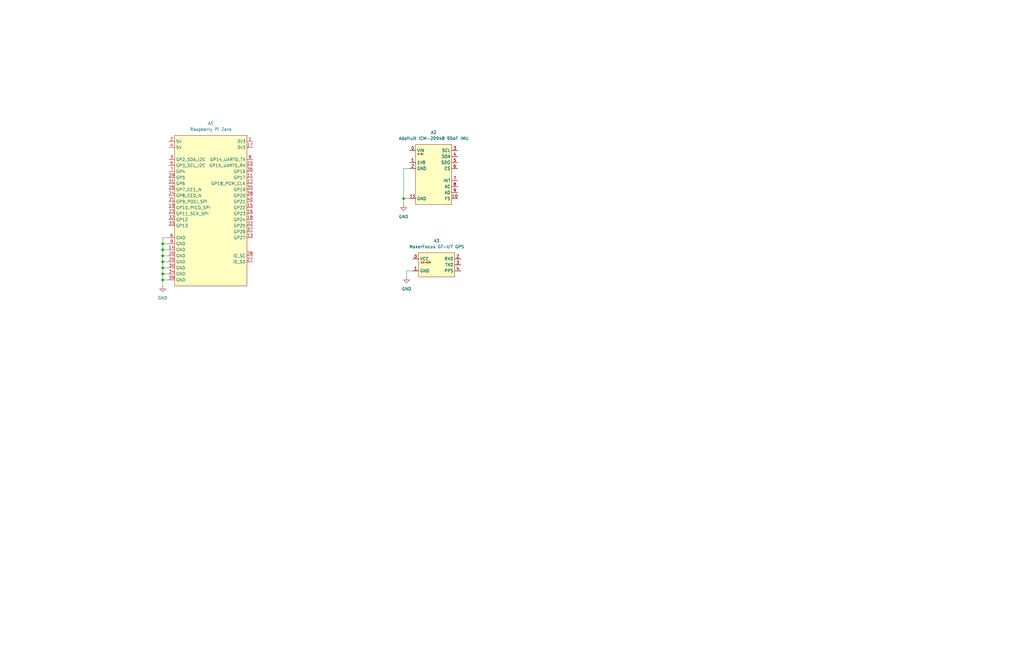
<source format=kicad_sch>
(kicad_sch (version 20231120) (generator "eeschema") (generator_version "8.0")
  (paper "USLedger")
  (title_block (title "Stinger Mainboard"))
  (lib_symbols
    (symbol "GTMRG-Boards:Adafruit_ICM-20948"
      (property "Reference" "A" (at 0 16.51 0))
      (property "Value" "Adafruit ICM-20948 9DoF IMU" (at 0 13.97 0))
      (symbol "Adafruit_ICM-20948_1_1"
        (rectangle (start -7.62 12.7) (end 7.62 -12.7) (fill (type background)))
        (text "3-5V" (at -5.588 8.636 0) (effects (font (size 0.635 0.635))))
        (pin power_in line (at -10.16 10.16 0) (length 2.54) (name "VIN") (number "0"))
        (pin power_out line (at -10.16 5.08 0) (length 2.54) (name "1V8") (number "1"))
        (pin bidirectional line (at 10.16 -10.16 180) (length 2.54) (name "FS") (number "10"))
        (pin power_in line (at -10.16 -10.16 0) (length 2.54) (name "GND") (number "11"))
        (pin power_in line (at -10.16 2.54 0) (length 2.54) (name "GND") (number "2"))
        (pin bidirectional line (at 10.16 10.16 180) (length 2.54) (name "SCL") (number "3"))
        (pin bidirectional line (at 10.16 7.62 180) (length 2.54) (name "SDA") (number "4"))
        (pin output line (at 10.16 5.08 180) (length 2.54) (name "SDO") (number "5"))
        (pin input line (at 10.16 2.54 180) (length 2.54) (name "CS") (number "6"))
        (pin input line (at 10.16 -2.54 180) (length 2.54) (name "INT") (number "7"))
        (pin bidirectional line (at 10.16 -5.08 180) (length 2.54) (name "AC") (number "8"))
        (pin bidirectional line (at 10.16 -7.62 180) (length 2.54) (name "AD") (number "9"))
      )
    )
    (symbol "GTMRG-Boards:MakerFocus_GT-U7"
      (property "Reference" "A" (at 0 8.89 0))
      (property "Value" "MakerFocus GT-U7 GPS" (at 0 6.604 0))
      (symbol "MakerFocus_GT-U7_1_1"
        (rectangle (start -7.62 5.08) (end 7.62 -5.08) (fill (type background)))
        (text "3.3-5.5V" (at -4.572 1.016 0) (effects (font (size 0.635 0.635))))
        (pin power_in line (at -10.16 2.54 0) (length 2.54) (name "VCC") (number "0"))
        (pin power_in line (at -10.16 -2.54 0) (length 2.54) (name "GND") (number "1"))
        (pin input line (at 10.16 2.54 180) (length 2.54) (name "RXD") (number "2"))
        (pin output line (at 10.16 0 180) (length 2.54) (name "TXD") (number "3"))
        (pin bidirectional line (at 10.16 -2.54 180) (length 2.54) (name "PPS") (number "4"))
      )
    )
    (symbol "GTMRG-Boards:RPi_Zero_2"
      (property "Reference" "A" (at 0 36.576 0))
      (property "Value" "Raspberry Pi Zero" (at 0.254 34.036 0))
      (symbol "RPi_Zero_2_1_1"
        (rectangle (start -15.24 31.75) (end 15.24 -31.75) (fill (type background)))
        (pin power_out line (at 17.78 29.21 180) (length 2.54) (name "3V3") (number "1"))
        (pin bidirectional line (at 17.78 19.05 180) (length 2.54) (name "GP15_UART0_RX") (number "10"))
        (pin bidirectional line (at 17.78 13.97 180) (length 2.54) (name "GP17") (number "11"))
        (pin bidirectional line (at 17.78 11.43 180) (length 2.54) (name "GP18_PCM_CLK") (number "12"))
        (pin bidirectional line (at 17.78 -11.43 180) (length 2.54) (name "GP27") (number "13"))
        (pin power_in line (at -17.78 -16.51 0) (length 2.54) (name "GND") (number "14"))
        (pin bidirectional line (at 17.78 1.27 180) (length 2.54) (name "GP22") (number "15"))
        (pin bidirectional line (at 17.78 -1.27 180) (length 2.54) (name "GP23") (number "16"))
        (pin power_out line (at 17.78 26.67 180) (length 2.54) (name "3V3") (number "17"))
        (pin bidirectional line (at 17.78 -3.81 180) (length 2.54) (name "GP24") (number "18"))
        (pin bidirectional line (at -17.78 1.27 0) (length 2.54) (name "GP10_PICO_SPI") (number "19"))
        (pin power_in line (at -17.78 29.21 0) (length 2.54) (name "5V") (number "2"))
        (pin power_in line (at -17.78 -19.05 0) (length 2.54) (name "GND") (number "20"))
        (pin bidirectional line (at -17.78 3.81 0) (length 2.54) (name "GP9_POCI_SPI") (number "21"))
        (pin bidirectional line (at 17.78 -6.35 180) (length 2.54) (name "GP25") (number "22"))
        (pin bidirectional line (at -17.78 -1.27 0) (length 2.54) (name "GP11_SCK_SPI") (number "23"))
        (pin bidirectional line (at -17.78 6.35 0) (length 2.54) (name "GP8_CE0_N") (number "24"))
        (pin power_in line (at -17.78 -21.59 0) (length 2.54) (name "GND") (number "25"))
        (pin bidirectional line (at -17.78 8.89 0) (length 2.54) (name "GP7_CE1_N") (number "26"))
        (pin bidirectional line (at 17.78 -21.59 180) (length 2.54) (name "ID_SD") (number "27"))
        (pin bidirectional line (at 17.78 -19.05 180) (length 2.54) (name "ID_SC") (number "28"))
        (pin bidirectional line (at -17.78 13.97 0) (length 2.54) (name "GP5") (number "29"))
        (pin bidirectional line (at -17.78 21.59 0) (length 2.54) (name "GP2_SDA_I2C") (number "3"))
        (pin power_in line (at -17.78 -24.13 0) (length 2.54) (name "GND") (number "30"))
        (pin bidirectional line (at -17.78 11.43 0) (length 2.54) (name "GP6") (number "31"))
        (pin bidirectional line (at -17.78 -3.81 0) (length 2.54) (name "GP12") (number "32"))
        (pin bidirectional line (at -17.78 -6.35 0) (length 2.54) (name "GP13") (number "33"))
        (pin power_in line (at -17.78 -26.67 0) (length 2.54) (name "GND") (number "34"))
        (pin bidirectional line (at 17.78 8.89 180) (length 2.54) (name "GP19") (number "35"))
        (pin bidirectional line (at 17.78 16.51 180) (length 2.54) (name "GP16") (number "36"))
        (pin bidirectional line (at 17.78 -8.89 180) (length 2.54) (name "GP26") (number "37"))
        (pin bidirectional line (at 17.78 6.35 180) (length 2.54) (name "GP20") (number "38"))
        (pin power_in line (at -17.78 -29.21 0) (length 2.54) (name "GND") (number "39"))
        (pin power_in line (at -17.78 26.67 0) (length 2.54) (name "5V") (number "4"))
        (pin bidirectional line (at 17.78 3.81 180) (length 2.54) (name "GP21") (number "40"))
        (pin bidirectional line (at -17.78 19.05 0) (length 2.54) (name "GP3_SCL_I2C") (number "5"))
        (pin power_in line (at -17.78 -11.43 0) (length 2.54) (name "GND") (number "6"))
        (pin bidirectional line (at -17.78 16.51 0) (length 2.54) (name "GP4") (number "7"))
        (pin bidirectional line (at 17.78 21.59 180) (length 2.54) (name "GP14_UART0_TX") (number "8"))
        (pin power_in line (at -17.78 -13.97 0) (length 2.54) (name "GND") (number "9"))
      )
    )
    (symbol "power:GND" (power) (pin_numbers hide) (pin_names (offset 0) hide)
      (property "Value" "GND" (at 0 -3.81 0))
      (symbol "GND_0_1"
        (polyline (pts (xy 0 0) (xy 0 -1.27) (xy 1.27 -1.27) (xy 0 -2.54) (xy -1.27 -1.27) (xy 0 -1.27)))
      )
      (symbol "GND_1_1"
        (pin power_in line (at 0 0 270) (length 0) (name "~") (number "1"))
      )
    )
  )
  (junction (at 170.18 83.82))
  (junction (at 68.58 115.57))
  (junction (at 68.58 113.03))
  (junction (at 68.58 110.49))
  (junction (at 68.58 105.41))
  (junction (at 68.58 102.87))
  (junction (at 68.58 118.11))
  (junction (at 68.58 107.95))
  (wire (pts (xy 172.72 71.12) (xy 170.18 71.12)))
  (wire (pts (xy 170.18 71.12) (xy 170.18 83.82)))
  (wire (pts (xy 71.12 100.33) (xy 68.58 100.33)))
  (wire (pts (xy 68.58 110.49) (xy 71.12 110.49)))
  (wire (pts (xy 68.58 118.11) (xy 68.58 120.65)))
  (wire (pts (xy 68.58 102.87) (xy 71.12 102.87)))
  (wire (pts (xy 68.58 115.57) (xy 68.58 118.11)))
  (wire (pts (xy 68.58 105.41) (xy 71.12 105.41)))
  (wire (pts (xy 68.58 102.87) (xy 68.58 105.41)))
  (wire (pts (xy 171.45 114.3) (xy 171.45 116.84)))
  (wire (pts (xy 68.58 100.33) (xy 68.58 102.87)))
  (wire (pts (xy 68.58 113.03) (xy 71.12 113.03)))
  (wire (pts (xy 170.18 83.82) (xy 170.18 86.36)))
  (wire (pts (xy 68.58 107.95) (xy 71.12 107.95)))
  (wire (pts (xy 68.58 118.11) (xy 71.12 118.11)))
  (wire (pts (xy 68.58 113.03) (xy 68.58 115.57)))
  (wire (pts (xy 170.18 83.82) (xy 172.72 83.82)))
  (wire (pts (xy 68.58 107.95) (xy 68.58 110.49)))
  (wire (pts (xy 68.58 115.57) (xy 71.12 115.57)))
  (wire (pts (xy 173.99 114.3) (xy 171.45 114.3)))
  (wire (pts (xy 68.58 105.41) (xy 68.58 107.95)))
  (wire (pts (xy 68.58 110.49) (xy 68.58 113.03)))
  (symbol (lib_id "power:GND") (at 68.58 120.65 0) (unit 1)
    (property "Reference" "#PWR01" (effects (hide yes)))
    (property "Value" "GND" (at 68.58 125.73 0))
    (property "Description" "Power symbol creates a global label with name \"GND\" , ground" (effects (hide yes)))
  )
  (symbol (lib_id "power:GND") (at 170.18 86.36 0) (unit 1)
    (property "Reference" "#PWR02" (effects (hide yes)))
    (property "Value" "GND" (at 170.18 91.44 0))
    (property "Description" "Power symbol creates a global label with name \"GND\" , ground" (effects (hide yes)))
  )
  (symbol (lib_id "power:GND") (at 171.45 116.84 0) (unit 1)
    (property "Reference" "#PWR03" (effects (hide yes)))
    (property "Value" "GND" (at 171.45 121.92 0))
    (property "Description" "Power symbol creates a global label with name \"GND\" , ground" (effects (hide yes)))
  )
  (symbol (lib_id "GTMRG-Boards:RPi_Zero_2") (at 88.9 88.9 0) (unit 1)
    (property "Reference" "A1" (at 88.9 52.07 0))
    (property "Value" "Raspberry Pi Zero" (at 88.9 54.61 0))
  )
  (symbol (lib_id "GTMRG-Boards:MakerFocus_GT-U7") (at 184.15 111.76 0) (unit 1)
    (property "Reference" "A3" (at 184.15 101.6 0))
    (property "Value" "MakerFocus GT-U7 GPS" (at 184.15 104.14 0))
  )
  (symbol (lib_id "GTMRG-Boards:Adafruit_ICM-20948") (at 182.88 73.66 0) (unit 1)
    (property "Reference" "A2" (at 182.88 55.88 0))
    (property "Value" "Adafruit ICM-20948 9DoF IMU" (at 182.88 58.42 0))
    (property "Datasheet" "https://learn.adafruit.com/adafruit-tdk-invensense-icm-20948-9-dof-imu/pinouts" (effects (hide yes)))
  )
)
</source>
